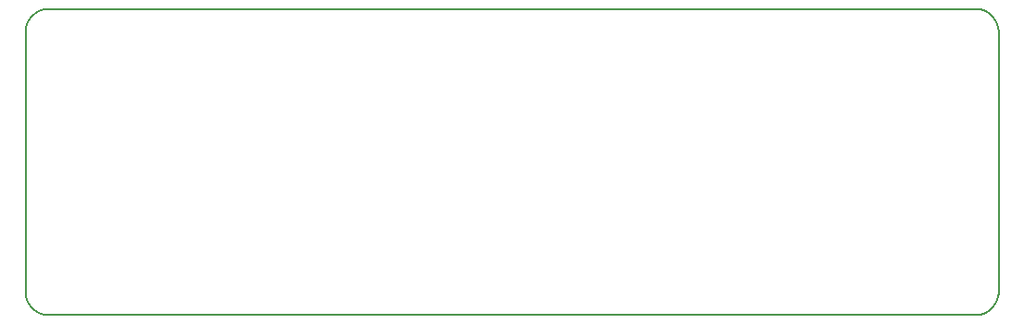
<source format=gko>
G04*
G04 #@! TF.GenerationSoftware,Altium Limited,Altium Designer,18.1.9 (240)*
G04*
G04 Layer_Color=16711935*
%FSAX25Y25*%
%MOIN*%
G70*
G01*
G75*
%ADD11C,0.00787*%
D11*
X0297008Y0343701D02*
X0630866D01*
X0295168Y0343908D02*
X0297008Y0343701D01*
X0293421Y0344519D02*
X0295168Y0343908D01*
X0291853Y0345504D02*
X0293421Y0344519D01*
X0290544Y0346814D02*
X0291853Y0345504D01*
X0289559Y0348381D02*
X0290544Y0346814D01*
X0288947Y0350129D02*
X0289559Y0348381D01*
X0288740Y0351969D02*
X0288947Y0350129D01*
X0288740Y0351969D02*
Y0445669D01*
X0288947Y0447509D01*
X0289559Y0449257D01*
X0290544Y0450824D01*
X0291853Y0452133D01*
X0293421Y0453118D01*
X0295168Y0453730D01*
X0297008Y0453937D01*
X0630866D01*
X0632706Y0453730D01*
X0634453Y0453118D01*
X0636021Y0452133D01*
X0637330Y0450824D01*
X0638315Y0449257D01*
X0638927Y0447509D01*
X0639134Y0445669D01*
Y0351969D02*
Y0445669D01*
X0638927Y0350129D02*
X0639134Y0351969D01*
X0638315Y0348381D02*
X0638927Y0350129D01*
X0637330Y0346814D02*
X0638315Y0348381D01*
X0636021Y0345504D02*
X0637330Y0346814D01*
X0634453Y0344519D02*
X0636021Y0345504D01*
X0632706Y0343908D02*
X0634453Y0344519D01*
X0630866Y0343701D02*
X0632706Y0343908D01*
M02*

</source>
